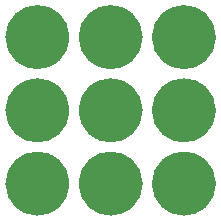
<source format=gbr>
%TF.GenerationSoftware,KiCad,Pcbnew,9.0.7*%
%TF.CreationDate,2026-01-26T10:07:13+01:00*%
%TF.ProjectId,Dice,44696365-2e6b-4696-9361-645f70636258,rev?*%
%TF.SameCoordinates,Original*%
%TF.FileFunction,Soldermask,Top*%
%TF.FilePolarity,Negative*%
%FSLAX46Y46*%
G04 Gerber Fmt 4.6, Leading zero omitted, Abs format (unit mm)*
G04 Created by KiCad (PCBNEW 9.0.7) date 2026-01-26 10:07:13*
%MOMM*%
%LPD*%
G01*
G04 APERTURE LIST*
%ADD10C,2.720500*%
G04 APERTURE END LIST*
D10*
X159160250Y-100300000D02*
G75*
G02*
X156439750Y-100300000I-1360250J0D01*
G01*
X156439750Y-100300000D02*
G75*
G02*
X159160250Y-100300000I1360250J0D01*
G01*
X152960250Y-100300000D02*
G75*
G02*
X150239750Y-100300000I-1360250J0D01*
G01*
X150239750Y-100300000D02*
G75*
G02*
X152960250Y-100300000I1360250J0D01*
G01*
X165360250Y-94100000D02*
G75*
G02*
X162639750Y-94100000I-1360250J0D01*
G01*
X162639750Y-94100000D02*
G75*
G02*
X165360250Y-94100000I1360250J0D01*
G01*
X159160250Y-94100000D02*
G75*
G02*
X156439750Y-94100000I-1360250J0D01*
G01*
X156439750Y-94100000D02*
G75*
G02*
X159160250Y-94100000I1360250J0D01*
G01*
X165360250Y-100300000D02*
G75*
G02*
X162639750Y-100300000I-1360250J0D01*
G01*
X162639750Y-100300000D02*
G75*
G02*
X165360250Y-100300000I1360250J0D01*
G01*
X159160250Y-87900000D02*
G75*
G02*
X156439750Y-87900000I-1360250J0D01*
G01*
X156439750Y-87900000D02*
G75*
G02*
X159160250Y-87900000I1360250J0D01*
G01*
X152960250Y-94100000D02*
G75*
G02*
X150239750Y-94100000I-1360250J0D01*
G01*
X150239750Y-94100000D02*
G75*
G02*
X152960250Y-94100000I1360250J0D01*
G01*
X152960250Y-87900000D02*
G75*
G02*
X150239750Y-87900000I-1360250J0D01*
G01*
X150239750Y-87900000D02*
G75*
G02*
X152960250Y-87900000I1360250J0D01*
G01*
X165360250Y-87900000D02*
G75*
G02*
X162639750Y-87900000I-1360250J0D01*
G01*
X162639750Y-87900000D02*
G75*
G02*
X165360250Y-87900000I1360250J0D01*
G01*
M02*

</source>
